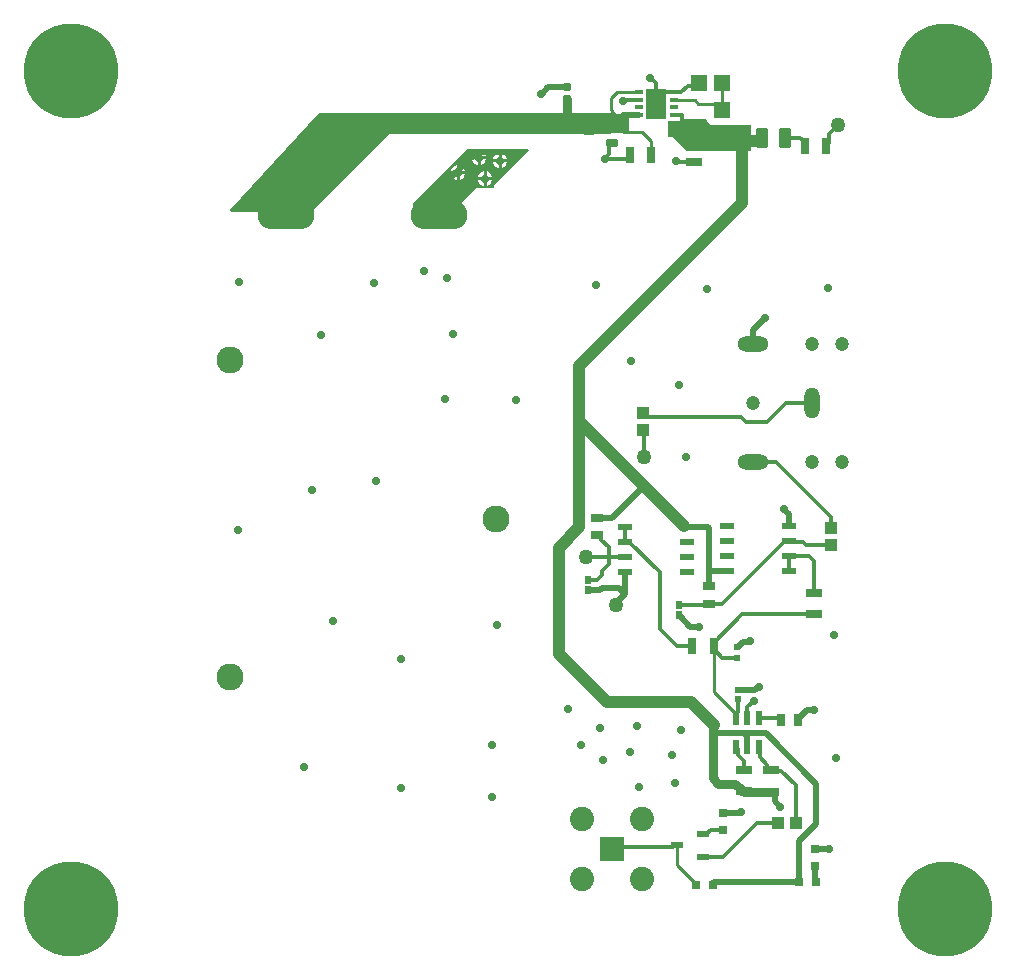
<source format=gbr>
%TF.GenerationSoftware,Altium Limited,Altium Designer,24.2.2 (26)*%
G04 Layer_Physical_Order=1*
G04 Layer_Color=255*
%FSLAX45Y45*%
%MOMM*%
%TF.SameCoordinates,979FBE80-878B-4EC3-91C7-7055811A0E5A*%
%TF.FilePolarity,Positive*%
%TF.FileFunction,Copper,L1,Top,Signal*%
%TF.Part,Single*%
G01*
G75*
%TA.AperFunction,SMDPad,CuDef*%
G04:AMPARAMS|DCode=10|XSize=0.55mm|YSize=1.25mm|CornerRadius=0.0495mm|HoleSize=0mm|Usage=FLASHONLY|Rotation=270.000|XOffset=0mm|YOffset=0mm|HoleType=Round|Shape=RoundedRectangle|*
%AMROUNDEDRECTD10*
21,1,0.55000,1.15100,0,0,270.0*
21,1,0.45100,1.25000,0,0,270.0*
1,1,0.09900,-0.57550,-0.22550*
1,1,0.09900,-0.57550,0.22550*
1,1,0.09900,0.57550,0.22550*
1,1,0.09900,0.57550,-0.22550*
%
%ADD10ROUNDEDRECTD10*%
G04:AMPARAMS|DCode=11|XSize=1.3mm|YSize=0.76mm|CornerRadius=0.095mm|HoleSize=0mm|Usage=FLASHONLY|Rotation=180.000|XOffset=0mm|YOffset=0mm|HoleType=Round|Shape=RoundedRectangle|*
%AMROUNDEDRECTD11*
21,1,1.30000,0.57000,0,0,180.0*
21,1,1.11000,0.76000,0,0,180.0*
1,1,0.19000,-0.55500,0.28500*
1,1,0.19000,0.55500,0.28500*
1,1,0.19000,0.55500,-0.28500*
1,1,0.19000,-0.55500,-0.28500*
%
%ADD11ROUNDEDRECTD11*%
%ADD12R,1.10000X1.00000*%
%ADD13R,0.80000X0.30247*%
%ADD14R,1.10000X0.60000*%
G04:AMPARAMS|DCode=15|XSize=0.76mm|YSize=0.6604mm|CornerRadius=0.08255mm|HoleSize=0mm|Usage=FLASHONLY|Rotation=90.000|XOffset=0mm|YOffset=0mm|HoleType=Round|Shape=RoundedRectangle|*
%AMROUNDEDRECTD15*
21,1,0.76000,0.49530,0,0,90.0*
21,1,0.59490,0.66040,0,0,90.0*
1,1,0.16510,0.24765,0.29745*
1,1,0.16510,0.24765,-0.29745*
1,1,0.16510,-0.24765,-0.29745*
1,1,0.16510,-0.24765,0.29745*
%
%ADD15ROUNDEDRECTD15*%
%ADD16R,0.61583X0.65964*%
%ADD17R,0.75000X1.00000*%
G04:AMPARAMS|DCode=18|XSize=0.76mm|YSize=0.6604mm|CornerRadius=0.08255mm|HoleSize=0mm|Usage=FLASHONLY|Rotation=180.000|XOffset=0mm|YOffset=0mm|HoleType=Round|Shape=RoundedRectangle|*
%AMROUNDEDRECTD18*
21,1,0.76000,0.49530,0,0,180.0*
21,1,0.59490,0.66040,0,0,180.0*
1,1,0.16510,-0.29745,0.24765*
1,1,0.16510,0.29745,0.24765*
1,1,0.16510,0.29745,-0.24765*
1,1,0.16510,-0.29745,-0.24765*
%
%ADD18ROUNDEDRECTD18*%
G04:AMPARAMS|DCode=19|XSize=0.55mm|YSize=0.5mm|CornerRadius=0.0625mm|HoleSize=0mm|Usage=FLASHONLY|Rotation=180.000|XOffset=0mm|YOffset=0mm|HoleType=Round|Shape=RoundedRectangle|*
%AMROUNDEDRECTD19*
21,1,0.55000,0.37500,0,0,180.0*
21,1,0.42500,0.50000,0,0,180.0*
1,1,0.12500,-0.21250,0.18750*
1,1,0.12500,0.21250,0.18750*
1,1,0.12500,0.21250,-0.18750*
1,1,0.12500,-0.21250,-0.18750*
%
%ADD19ROUNDEDRECTD19*%
%ADD20R,1.00000X1.10000*%
%ADD21R,0.60000X1.20000*%
%ADD22R,1.00000X0.80000*%
G04:AMPARAMS|DCode=23|XSize=1.3mm|YSize=0.76mm|CornerRadius=0.095mm|HoleSize=0mm|Usage=FLASHONLY|Rotation=90.000|XOffset=0mm|YOffset=0mm|HoleType=Round|Shape=RoundedRectangle|*
%AMROUNDEDRECTD23*
21,1,1.30000,0.57000,0,0,90.0*
21,1,1.11000,0.76000,0,0,90.0*
1,1,0.19000,0.28500,0.55500*
1,1,0.19000,0.28500,-0.55500*
1,1,0.19000,-0.28500,-0.55500*
1,1,0.19000,-0.28500,0.55500*
%
%ADD23ROUNDEDRECTD23*%
G04:AMPARAMS|DCode=24|XSize=1mm|YSize=1.7mm|CornerRadius=0.125mm|HoleSize=0mm|Usage=FLASHONLY|Rotation=180.000|XOffset=0mm|YOffset=0mm|HoleType=Round|Shape=RoundedRectangle|*
%AMROUNDEDRECTD24*
21,1,1.00000,1.45000,0,0,180.0*
21,1,0.75000,1.70000,0,0,180.0*
1,1,0.25000,-0.37500,0.72500*
1,1,0.25000,0.37500,0.72500*
1,1,0.25000,0.37500,-0.72500*
1,1,0.25000,-0.37500,-0.72500*
%
%ADD24ROUNDEDRECTD24*%
%ADD25R,1.45000X1.35000*%
%TA.AperFunction,TestPad*%
G04:AMPARAMS|DCode=26|XSize=0.6mm|YSize=1mm|CornerRadius=0.075mm|HoleSize=0mm|Usage=FLASHONLY|Rotation=90.000|XOffset=0mm|YOffset=0mm|HoleType=Round|Shape=RoundedRectangle|*
%AMROUNDEDRECTD26*
21,1,0.60000,0.85000,0,0,90.0*
21,1,0.45000,1.00000,0,0,90.0*
1,1,0.15000,0.42500,0.22500*
1,1,0.15000,0.42500,-0.22500*
1,1,0.15000,-0.42500,-0.22500*
1,1,0.15000,-0.42500,0.22500*
%
%ADD26ROUNDEDRECTD26*%
%TA.AperFunction,SMDPad,CuDef*%
%ADD27R,1.75000X2.50000*%
G04:AMPARAMS|DCode=28|XSize=0.6mm|YSize=0.7mm|CornerRadius=0.075mm|HoleSize=0mm|Usage=FLASHONLY|Rotation=270.000|XOffset=0mm|YOffset=0mm|HoleType=Round|Shape=RoundedRectangle|*
%AMROUNDEDRECTD28*
21,1,0.60000,0.55000,0,0,270.0*
21,1,0.45000,0.70000,0,0,270.0*
1,1,0.15000,-0.27500,-0.22500*
1,1,0.15000,-0.27500,0.22500*
1,1,0.15000,0.27500,0.22500*
1,1,0.15000,0.27500,-0.22500*
%
%ADD28ROUNDEDRECTD28*%
%ADD29R,0.52000X0.52000*%
%ADD30R,1.35000X1.45000*%
%TA.AperFunction,Conductor*%
%ADD31C,0.50000*%
%ADD32C,0.30000*%
%ADD33C,1.00000*%
%ADD34C,0.34849*%
%ADD35C,0.25400*%
%ADD36C,0.80000*%
%TA.AperFunction,ComponentPad*%
%ADD37C,2.28600*%
%ADD38O,4.82000X2.41000*%
%ADD39C,8.00000*%
%ADD40O,1.30800X2.61600*%
%ADD41O,2.61600X1.30800*%
%ADD42C,1.20000*%
%ADD43C,2.05000*%
%ADD44R,2.05000X2.05000*%
%TA.AperFunction,ViaPad*%
%ADD45C,0.70000*%
%ADD46C,0.76200*%
%ADD47C,1.27000*%
G36*
X15722600Y9309100D02*
Y9169400D01*
X15671722D01*
X15671069Y9169836D01*
X15661900Y9171660D01*
X15576900D01*
X15567731Y9169836D01*
X15567078Y9169400D01*
X13690601D01*
X13030200Y8509000D01*
X12350860D01*
X12345722Y8520614D01*
X13097163Y9347200D01*
X15595599D01*
X15722600Y9309100D01*
D02*
G37*
G36*
X16413480Y9240520D02*
X16756380D01*
Y9024620D01*
X16207739D01*
X16090900Y9141460D01*
X16050259D01*
Y9278620D01*
X16375380D01*
X16413480Y9240520D01*
D02*
G37*
G36*
X14872667Y9030667D02*
X14579601Y8737600D01*
Y8712200D01*
X14427200D01*
X14300200Y8585200D01*
Y8382000D01*
X13944600D01*
X13919200Y8407400D01*
X13893800D01*
Y8585200D01*
X14350999Y9042400D01*
X14867805D01*
X14872667Y9030667D01*
D02*
G37*
%LPC*%
G36*
X14465300Y9026316D02*
Y8978900D01*
X14512717D01*
X14503806Y9000414D01*
X14486813Y9017405D01*
X14465300Y9026316D01*
D02*
G37*
G36*
X14439900D02*
X14418385Y9017405D01*
X14401395Y9000414D01*
X14392484Y8978900D01*
X14439900D01*
Y9026316D01*
D02*
G37*
G36*
X14643100Y9000916D02*
Y8953500D01*
X14690517D01*
X14681606Y8975014D01*
X14664613Y8992005D01*
X14643100Y9000916D01*
D02*
G37*
G36*
X14617700D02*
X14596185Y8992005D01*
X14579195Y8975014D01*
X14570284Y8953500D01*
X14617700D01*
Y9000916D01*
D02*
G37*
G36*
X14512717Y8953500D02*
X14465300D01*
Y8906084D01*
X14486813Y8914995D01*
X14503806Y8931986D01*
X14512717Y8953500D01*
D02*
G37*
G36*
X14439900D02*
X14392484D01*
X14401395Y8931986D01*
X14418385Y8914995D01*
X14439900Y8906084D01*
Y8953500D01*
D02*
G37*
G36*
X14690517Y8928100D02*
X14643100D01*
Y8880684D01*
X14664613Y8889595D01*
X14681606Y8906586D01*
X14690517Y8928100D01*
D02*
G37*
G36*
X14617700D02*
X14570284D01*
X14579195Y8906586D01*
X14596185Y8889595D01*
X14617700Y8880684D01*
Y8928100D01*
D02*
G37*
G36*
X14287500Y8899316D02*
Y8851900D01*
X14334917D01*
X14326006Y8873414D01*
X14309013Y8890405D01*
X14287500Y8899316D01*
D02*
G37*
G36*
X14262100D02*
X14240585Y8890405D01*
X14223595Y8873414D01*
X14214684Y8851900D01*
X14262100D01*
Y8899316D01*
D02*
G37*
G36*
X14516100Y8848516D02*
Y8801100D01*
X14563516D01*
X14554605Y8822614D01*
X14537614Y8839605D01*
X14516100Y8848516D01*
D02*
G37*
G36*
X14490700D02*
X14469186Y8839605D01*
X14452196Y8822614D01*
X14443285Y8801100D01*
X14490700D01*
Y8848516D01*
D02*
G37*
G36*
X14334917Y8826500D02*
X14287500D01*
Y8779084D01*
X14309013Y8787995D01*
X14326006Y8804986D01*
X14334917Y8826500D01*
D02*
G37*
G36*
X14262100D02*
X14214684D01*
X14223595Y8804986D01*
X14240585Y8787995D01*
X14262100Y8779084D01*
Y8826500D01*
D02*
G37*
G36*
X14563516Y8775700D02*
X14516100D01*
Y8728284D01*
X14537614Y8737195D01*
X14554605Y8754186D01*
X14563516Y8775700D01*
D02*
G37*
G36*
X14490700D02*
X14443285D01*
X14452196Y8754186D01*
X14469186Y8737195D01*
X14490700Y8728284D01*
Y8775700D01*
D02*
G37*
%LPD*%
D10*
X17072220Y5463540D02*
D03*
Y5590540D02*
D03*
Y5717540D02*
D03*
Y5844540D02*
D03*
X16547220Y5463540D02*
D03*
Y5590540D02*
D03*
Y5717540D02*
D03*
Y5844540D02*
D03*
X16211160Y5461000D02*
D03*
Y5588000D02*
D03*
Y5715000D02*
D03*
Y5842000D02*
D03*
X15686160Y5461000D02*
D03*
Y5588000D02*
D03*
Y5715000D02*
D03*
Y5842000D02*
D03*
D11*
X16695419Y3600620D02*
D03*
Y3779620D02*
D03*
X16918941Y3776980D02*
D03*
Y3597980D02*
D03*
X17284700Y5276680D02*
D03*
Y5097680D02*
D03*
X16268700Y8928000D02*
D03*
Y9107000D02*
D03*
D12*
X15841980Y6658500D02*
D03*
Y6803500D02*
D03*
X17429480Y5684520D02*
D03*
Y5829520D02*
D03*
D13*
X16100253Y9520900D02*
D03*
X15802147Y9325900D02*
D03*
Y9390900D02*
D03*
Y9455900D02*
D03*
Y9520900D02*
D03*
X16100253Y9455900D02*
D03*
Y9390900D02*
D03*
Y9325900D02*
D03*
D14*
X16348219Y3046980D02*
D03*
Y3236980D02*
D03*
X16128220Y3141980D02*
D03*
D15*
X17301360Y2829560D02*
D03*
X17161360D02*
D03*
X16287601Y2809240D02*
D03*
X16427600D02*
D03*
D16*
X16146780Y5173980D02*
D03*
Y5088730D02*
D03*
X15369540Y5389325D02*
D03*
Y5304075D02*
D03*
D17*
X17155161Y4206240D02*
D03*
X17010159D02*
D03*
D18*
X16515080Y3415180D02*
D03*
Y3275180D02*
D03*
X17297400Y3110380D02*
D03*
Y2970380D02*
D03*
D19*
X16637000Y4817660D02*
D03*
Y4727660D02*
D03*
D20*
X16986140Y3335020D02*
D03*
X17131140D02*
D03*
D21*
X16818359Y3972020D02*
D03*
X16723360D02*
D03*
X16628360D02*
D03*
Y4222020D02*
D03*
X16723360D02*
D03*
X16818359D02*
D03*
D22*
X16395700Y5186540D02*
D03*
Y5336540D02*
D03*
X15450819Y5767000D02*
D03*
Y5917000D02*
D03*
D23*
X16257440Y4828540D02*
D03*
X16436440D02*
D03*
X15725140Y8991600D02*
D03*
X15904140D02*
D03*
X17387399Y9067800D02*
D03*
X17208400D02*
D03*
D24*
X17039340Y9133840D02*
D03*
X16849339D02*
D03*
D25*
X16510001Y9368500D02*
D03*
Y9173500D02*
D03*
D26*
X15377820Y9188200D02*
D03*
X15577820Y9283200D02*
D03*
Y9093200D02*
D03*
D27*
X15951199Y9423400D02*
D03*
D28*
X15199361Y9563100D02*
D03*
Y9463100D02*
D03*
D29*
X16644620Y4459600D02*
D03*
Y4379600D02*
D03*
D30*
X16310899Y9601200D02*
D03*
X16505901D02*
D03*
D31*
X16211160Y5842000D02*
X16383000D01*
X16395700Y5336540D02*
Y5829300D01*
X15671800Y9325900D02*
X15802147D01*
X15671800Y9321800D02*
Y9325900D01*
X14432280Y9017000D02*
X14732001D01*
X16771620Y7388480D02*
Y7505700D01*
X16870680Y7604760D01*
X16238393Y4994927D02*
X16313133D01*
X16146780Y5088730D02*
X16152573Y5082939D01*
Y5080749D02*
Y5082939D01*
Y5080749D02*
X16238393Y4994927D01*
X16313133D02*
X16316960Y4991100D01*
X17155161Y4206240D02*
X17167661Y4218740D01*
Y4231240D01*
X17225192Y4288773D01*
X17283447D01*
X17284700Y4287520D01*
X16268649Y8928050D02*
X16268700Y8928000D01*
X17297400Y3110380D02*
X17298109Y3109670D01*
X17413530D01*
X17414240Y3108960D01*
X16790968Y4459600D02*
X16811928Y4480560D01*
X16817340D01*
X16644620Y4459600D02*
X16790968D01*
X14207739Y8792460D02*
X14432280Y9017000D01*
X14207739Y8571830D02*
Y8792460D01*
X14112241Y8483600D02*
X14119508D01*
X14207739Y8571830D01*
X16637000Y4817660D02*
X16639500D01*
X16689732Y4867893D02*
X16737312D01*
X16639500Y4817660D02*
X16689732Y4867893D01*
X16737312D02*
X16741141Y4871720D01*
X17299380Y2831540D02*
Y2968400D01*
Y2831540D02*
X17301360Y2829560D01*
X17297400Y2970380D02*
X17299380Y2968400D01*
X16427600Y2814220D02*
X16442940Y2829560D01*
X17161360D01*
X16427600Y2809240D02*
Y2814220D01*
X17161360Y3176780D02*
X17307561Y3322980D01*
Y3665220D01*
X17161360Y2829560D02*
Y3176780D01*
X16880840Y4091940D02*
X17307561Y3665220D01*
X16694070Y4091940D02*
X16880840D01*
X16958940Y3513792D02*
Y3584980D01*
Y3513792D02*
X17002760Y3469972D01*
Y3464560D02*
Y3469972D01*
X16945940Y3597980D02*
X16958940Y3584980D01*
X16918941Y3597980D02*
X16945940D01*
X16519994Y3420093D02*
X16663654D01*
X16515080Y3415180D02*
X16519994Y3420093D01*
X16663654D02*
X16667480Y3423920D01*
X16431261Y4079240D02*
X16443961Y4091940D01*
X16723360Y3972020D02*
Y4062650D01*
X16694070Y4091940D02*
X16723360Y4062650D01*
X16443961Y4091940D02*
X16694070D01*
X15636424Y5319870D02*
X15686160Y5270136D01*
X15610840Y5194816D02*
X15686160Y5270136D01*
Y5461000D01*
X15610840Y5173980D02*
Y5194816D01*
X16383000Y5842000D02*
X16395700Y5829300D01*
X16403320Y5463540D02*
X16547220D01*
X15369540Y5304075D02*
X15475665D01*
X15491460Y5319870D01*
X17035780Y5983908D02*
Y5989320D01*
X17072220Y5844540D02*
Y5947468D01*
X17035780Y5983908D02*
X17072220Y5947468D01*
X15491460Y5319870D02*
X15636424D01*
X15827209Y6168390D02*
X15863570D01*
X15575819Y5917000D02*
X15827209Y6168390D01*
X15450819Y5917000D02*
X15575819D01*
X15037132Y9563100D02*
X15199361D01*
X14975841Y9507220D02*
X14981252D01*
X15037132Y9563100D01*
D32*
X16365221Y9215120D02*
Y9278620D01*
X16169640D02*
X16365221D01*
X16169640D02*
Y9325900D01*
X16100253D02*
X16169640D01*
X16100253D02*
X16125253Y9326024D01*
X15564880Y9093200D02*
X15577820D01*
X15549879Y9078200D02*
X15564880Y9093200D01*
X15519400Y8956040D02*
Y8963134D01*
X15549879Y8993614D02*
Y9078200D01*
X15519400Y8963134D02*
X15549879Y8993614D01*
X15519400Y8956040D02*
X15702139D01*
X15725140Y8991600D01*
X15876981Y6768500D02*
X16665540D01*
X15847060Y6433820D02*
Y6653420D01*
X15841980Y6803500D02*
X15876981Y6768500D01*
X15841980Y6658500D02*
X15847060Y6653420D01*
X16665540Y6768500D02*
X16708121Y6725920D01*
X16885307D02*
X17047868Y6888480D01*
X17271620D01*
X16708121Y6725920D02*
X16885307D01*
X16771620Y6388480D02*
X16964281D01*
X15951199Y9448400D02*
Y9593400D01*
Y9423400D02*
Y9448400D01*
X16023700Y9520900D02*
X16100253D01*
X15951199Y9448400D02*
X16023700Y9520900D01*
X16264841Y8931860D02*
X16268649Y8928050D01*
X16122701Y8931860D02*
X16264841D01*
X16118840Y8935720D02*
X16122701Y8931860D01*
X16283109Y9573408D02*
X16310899Y9601200D01*
X16100253Y9520900D02*
X16100377Y9521024D01*
X16215974Y9573408D02*
X16283109D01*
X16163589Y9521024D02*
X16215974Y9573408D01*
X16100377Y9521024D02*
X16163589D01*
X16920364Y3775556D02*
X17011366D01*
X17131140Y3655782D01*
X16918941Y3776980D02*
X16920364Y3775556D01*
X17131140Y3335020D02*
Y3655782D01*
X16777191Y4368800D02*
X16779240D01*
X16723360Y4314969D02*
X16777191Y4368800D01*
X16632480Y4723140D02*
X16637000Y4727660D01*
X16510320D02*
X16637000D01*
X16436440Y4801540D02*
X16510320Y4727660D01*
X16436440Y4801540D02*
Y4828540D01*
X16868941Y3799980D02*
X16891940Y3776980D01*
X16918941D01*
X16889259Y3798540D02*
Y3825540D01*
X16806200Y3335020D02*
X16986140D01*
X16518159Y3046980D02*
X16806200Y3335020D01*
X16348219Y3046980D02*
X16518159D01*
X16411420Y3275180D02*
X16515080D01*
X16373219Y3236980D02*
X16411420Y3275180D01*
X16348219Y3236980D02*
X16373219D01*
X15575281Y3111500D02*
X15605760Y3141980D01*
X16628360Y4252020D02*
X16644620Y4268280D01*
Y4379600D01*
X16628360Y4237020D02*
Y4252020D01*
X16818359Y3972020D02*
X16827390Y3962990D01*
Y3887410D02*
Y3962990D01*
Y3887410D02*
X16889259Y3825540D01*
X16677846Y3871620D02*
X16695419Y3854046D01*
X16643359Y3904886D02*
X16676627Y3871620D01*
X16695419Y3779620D02*
Y3854046D01*
X16676627Y3871620D02*
X16677846D01*
X16643359Y3904886D02*
Y3957020D01*
X16628360Y3972020D02*
X16643359Y3957020D01*
X15981680Y4973320D02*
Y5454480D01*
X15721159Y5715000D02*
X15981680Y5454480D01*
Y4973320D02*
X16126460Y4828540D01*
X16153059Y5180260D02*
X16389420D01*
X16395700Y5186540D01*
X16146780Y5173980D02*
X16153059Y5180260D01*
X16395700Y5186540D02*
X16506219D01*
X17037219Y5717540D01*
X17072220D01*
X15448836Y5389325D02*
X15491460Y5431950D01*
X15369540Y5389325D02*
X15448836D01*
X15686160Y5715000D02*
Y5842000D01*
X16436440Y4855540D02*
X16678580Y5097680D01*
X17284700D01*
X16436440Y4828540D02*
Y4855540D01*
X17072220Y5463540D02*
Y5590540D01*
X17246600D02*
X17284700Y5552440D01*
X17072220Y5590540D02*
X17246600D01*
X17284700Y5276680D02*
Y5552440D01*
X16964281Y6388480D02*
X17429480Y5923280D01*
Y5829520D02*
Y5923280D01*
X17089999Y5712460D02*
X17193260D01*
X17221201Y5684520D02*
X17429480D01*
X17193260Y5712460D02*
X17221201Y5684520D01*
X16126460Y4828540D02*
X16257440D01*
X15686160Y5715000D02*
X15721159D01*
X15480341Y5579851D02*
X15485950Y5585460D01*
X15356841D02*
X15362450Y5579851D01*
X15480341D01*
X15485950Y5585460D02*
X15550710D01*
X15491460Y5431950D02*
Y5468620D01*
X15550710Y5527870D01*
Y5585460D01*
X15683620D01*
X15485820Y5732000D02*
X15550710Y5667110D01*
X15460820Y5767000D02*
X15485820Y5742000D01*
X15450819Y5767000D02*
X15460820D01*
X15550710Y5585460D02*
Y5667110D01*
X15485820Y5732000D02*
Y5742000D01*
X15683620Y5585460D02*
X15686160Y5588000D01*
X17169360Y9133840D02*
X17208400Y9094800D01*
Y9067800D02*
Y9094800D01*
X17039340Y9133840D02*
X17169360D01*
X15682623Y9447800D02*
X15690726Y9455900D01*
X15802147D01*
X15671800Y9447800D02*
X15682623D01*
X15902760Y9641840D02*
X15951199Y9593400D01*
X15897861Y9641840D02*
X15902760D01*
X16723360Y4222020D02*
Y4314969D01*
X16980220Y4222020D02*
X16994920Y4236720D01*
X16818359Y4222020D02*
X16980220D01*
X17410400Y9090800D02*
Y9163020D01*
X17387399Y9067800D02*
X17410400Y9090800D01*
Y9163020D02*
X17487900Y9240520D01*
D33*
X16182419Y5849541D02*
X16182420D01*
X15863570Y6168390D02*
X16182419Y5849541D01*
X15298421Y7203440D02*
X16677640Y8582660D01*
X15298421Y6733540D02*
Y7203440D01*
X16677640Y8582660D02*
Y9048573D01*
X16245840Y4358640D02*
X16441420Y4163060D01*
X15534641Y4358640D02*
X16245840D01*
X15128239Y4765040D02*
X15534641Y4358640D01*
X15128239Y4765040D02*
Y5664200D01*
X15298421Y5834380D02*
Y6733540D01*
X15128239Y5664200D02*
X15298421Y5834380D01*
Y6733540D02*
X15863570Y6168390D01*
X16849339Y9107152D02*
Y9133840D01*
X16736218Y9107152D02*
X16849339D01*
D34*
X15575281Y3111500D02*
X15660356Y3129404D01*
X16090643D01*
X16128220Y3141980D01*
D35*
X15826740Y9184640D02*
X15904140Y9107240D01*
X15707359Y9184640D02*
X15826740D01*
X12816840Y8483600D02*
Y8862060D01*
X12837160Y8503920D02*
Y8628380D01*
X12816840Y8483600D02*
X12837160Y8503920D01*
X12816840Y8862060D02*
X12865100Y8910320D01*
X16436440Y4443940D02*
Y4801540D01*
X16128220Y2973600D02*
X16287601Y2814220D01*
X16128220Y2973600D02*
Y3141980D01*
X16287601Y2809240D02*
Y2814220D01*
X16436440Y4443940D02*
X16628360Y4252020D01*
X15616901Y9520900D02*
X15802147D01*
X15570200Y9474200D02*
X15616901Y9520900D01*
X15199361Y9463100D02*
X15204359D01*
X15189200Y9273540D02*
X15199361Y9283700D01*
X15904140Y8991600D02*
Y9107240D01*
X16505901Y9372600D02*
X16510001Y9368500D01*
X16455200Y9423300D02*
X16505901Y9372600D01*
X16308453Y9423300D02*
X16455200D01*
X16100253Y9455900D02*
X16275853D01*
X16308453Y9423300D01*
X16505901Y9372600D02*
Y9601200D01*
X15582100Y9332500D02*
X15599400Y9315200D01*
X15570200Y9364400D02*
X15582100Y9352500D01*
X15570200Y9364400D02*
Y9474200D01*
X15599400Y9315200D02*
X15619400D01*
X15582100Y9332500D02*
Y9352500D01*
D36*
X16693420Y3602620D02*
X16695419Y3600620D01*
X16670419Y3602620D02*
X16693420D01*
X16621558Y3665220D02*
X16670419Y3616357D01*
X16431261Y3712083D02*
X16478123Y3665220D01*
X16431261Y3712083D02*
Y4079240D01*
X16670419Y3602620D02*
Y3616357D01*
X16478123Y3665220D02*
X16621558D01*
X16698061Y3597980D02*
X16918941D01*
X16431261Y4079240D02*
Y4152900D01*
X16441420Y4163060D01*
X15199361Y9283700D02*
Y9463100D01*
D37*
X14592300Y5905500D02*
D03*
X12341860Y4566920D02*
D03*
Y7254240D02*
D03*
D38*
X14112241Y8483600D02*
D03*
X12816840D02*
D03*
D39*
X11000000Y9700000D02*
D03*
Y2600000D02*
D03*
X18400000D02*
D03*
Y9700000D02*
D03*
D40*
X17271620Y6888480D02*
D03*
D41*
X16771620Y7388480D02*
D03*
Y6388480D02*
D03*
D42*
X17521620D02*
D03*
X17271620D02*
D03*
X16771620Y6888480D02*
D03*
X17521620Y7388480D02*
D03*
X17271620D02*
D03*
D43*
X15321280Y3365500D02*
D03*
X15829280D02*
D03*
Y2857500D02*
D03*
X15321280D02*
D03*
D44*
X15575281Y3111500D02*
D03*
D45*
X12410440Y5816600D02*
D03*
X14630400Y8940800D02*
D03*
X14452600Y8966200D02*
D03*
X14503400Y8788400D02*
D03*
X14274800Y8839200D02*
D03*
X17475200Y3881120D02*
D03*
X16200121Y6428740D02*
D03*
X16111220Y3670300D02*
D03*
X15499080Y3863340D02*
D03*
X15476221Y4137660D02*
D03*
X15788640Y4155440D02*
D03*
X15806419Y3637280D02*
D03*
X16080740Y3911600D02*
D03*
X16159480Y4122420D02*
D03*
X15725140Y3937000D02*
D03*
X15313660Y3992880D02*
D03*
X15201900Y4300220D02*
D03*
X17459959Y4919980D02*
D03*
X16144240Y7040880D02*
D03*
X17401540Y7863840D02*
D03*
X16377921Y7856220D02*
D03*
X15740379Y7241540D02*
D03*
X15443201Y7886700D02*
D03*
X12418060Y7912100D02*
D03*
X14234160Y7475220D02*
D03*
X14175740Y7945120D02*
D03*
X13982700Y8008620D02*
D03*
X13563600Y7904480D02*
D03*
X13111481Y7459980D02*
D03*
X14160500Y6918960D02*
D03*
X14765021Y6911340D02*
D03*
X13040359Y6154420D02*
D03*
X13581380Y6225540D02*
D03*
X13210539Y5041900D02*
D03*
X13789661Y4719320D02*
D03*
X14605000Y5008880D02*
D03*
X12966701Y3807460D02*
D03*
X13789661Y3629660D02*
D03*
X14556740Y3992880D02*
D03*
Y3548380D02*
D03*
X16870680Y7604760D02*
D03*
X16316960Y4991100D02*
D03*
X17284700Y4287520D02*
D03*
X16118840Y8935720D02*
D03*
X17414240Y3108960D02*
D03*
X16779240Y4368800D02*
D03*
X16817340Y4480560D02*
D03*
X16741141Y4871720D02*
D03*
X17002760Y3464560D02*
D03*
X16667480Y3423920D02*
D03*
X17035780Y5989320D02*
D03*
X15671800Y9447800D02*
D03*
X15897861Y9641840D02*
D03*
X14975841Y9507220D02*
D03*
X15519400Y8956040D02*
D03*
D46*
X10757533Y9942467D02*
D03*
X10657100Y9700000D02*
D03*
X10757533Y9457533D02*
D03*
X11000000Y9357100D02*
D03*
X11242467Y9457533D02*
D03*
X11342900Y9700000D02*
D03*
X11242467Y9942467D02*
D03*
X11000000Y10042900D02*
D03*
X10757533Y2842467D02*
D03*
X10657100Y2600000D02*
D03*
X10757533Y2357533D02*
D03*
X11000000Y2257100D02*
D03*
X11242467Y2357533D02*
D03*
X11342900Y2600000D02*
D03*
X11242467Y2842467D02*
D03*
X11000000Y2942900D02*
D03*
X18157533Y2842467D02*
D03*
X18057100Y2600000D02*
D03*
X18157533Y2357533D02*
D03*
X18400000Y2257100D02*
D03*
X18642467Y2357533D02*
D03*
X18742900Y2600000D02*
D03*
X18642467Y2842467D02*
D03*
X18400000Y2942900D02*
D03*
X18157533Y9942467D02*
D03*
X18057100Y9700000D02*
D03*
X18157533Y9457533D02*
D03*
X18400000Y9357100D02*
D03*
X18642467Y9457533D02*
D03*
X18742900Y9700000D02*
D03*
X18642467Y9942467D02*
D03*
X18400000Y10042900D02*
D03*
D47*
X15847060Y6433820D02*
D03*
X15356841Y5585460D02*
D03*
X15610840Y5173980D02*
D03*
X17487900Y9240520D02*
D03*
%TF.MD5,979b8a3662099d465916c728f59b14ee*%
M02*

</source>
